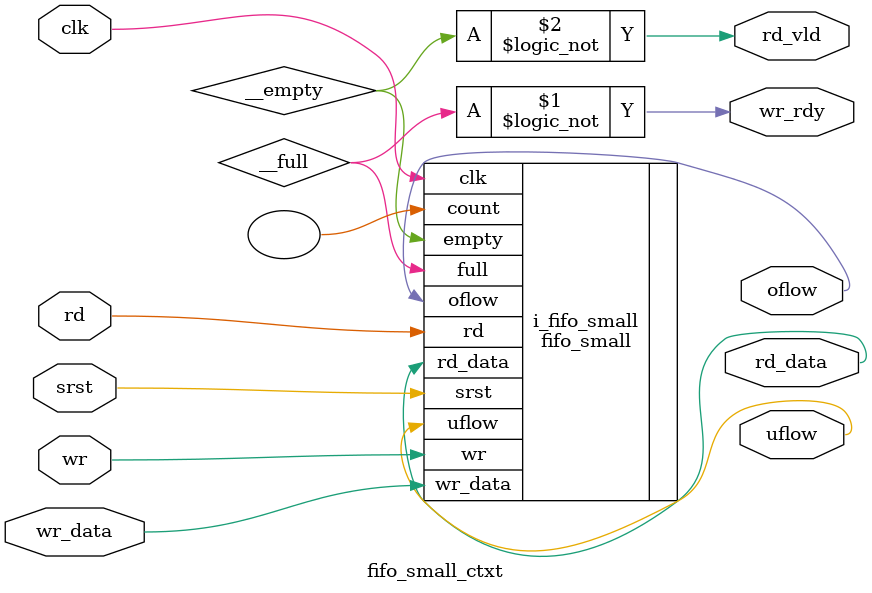
<source format=sv>
module fifo_small_ctxt #(
    parameter int DATA_WID = 1,
    parameter int DEPTH = 4,  // Intended for 'small' FIFOs
                              // Targets distributed RAM; depends on FPGA arch
                              // (typical max is 256, assuming LUT6 + F7/F8 Muxes),
    // Simulation-only parameters
    parameter bit REPORT_OFLOW = 1,
    parameter bit REPORT_UFLOW = 0
) (
    // Clock/reset
    input  logic                clk,
    input  logic                srst,

    // Write interface
    input  logic                wr,
    output logic                wr_rdy,
    input  logic [DATA_WID-1:0] wr_data,

    // Read interface
    input  logic                rd,
    output logic                rd_vld,
    output logic [DATA_WID-1:0] rd_data,

    // Status
    output logic                oflow,
    output logic                uflow
);

    // -----------------------------
    // Parameters
    // -----------------------------
    localparam int CTXT_DEPTH = DEPTH + 1; // Allow for simultaneous write/read during steady-state operation

    // -----------------------------
    // Signals
    // -----------------------------
    logic __full;
    logic __empty;

    // -----------------------------
    // Base FIFO
    // -----------------------------
    fifo_small     #(
        .DATA_WID   ( DATA_WID ),
        .DEPTH      ( CTXT_DEPTH ),
        .REPORT_OFLOW ( REPORT_OFLOW ),
        .REPORT_UFLOW ( REPORT_UFLOW )
    ) i_fifo_small (
        .clk,
        .srst,
        .wr,
        .wr_data,
        .full     ( __full ),
        .oflow,
        .rd,
        .rd_data,
        .empty    ( __empty ),
        .uflow,
        .count    ( )
    );

    assign wr_rdy = !__full;
    assign rd_vld = !__empty;

endmodule : fifo_small_ctxt

</source>
